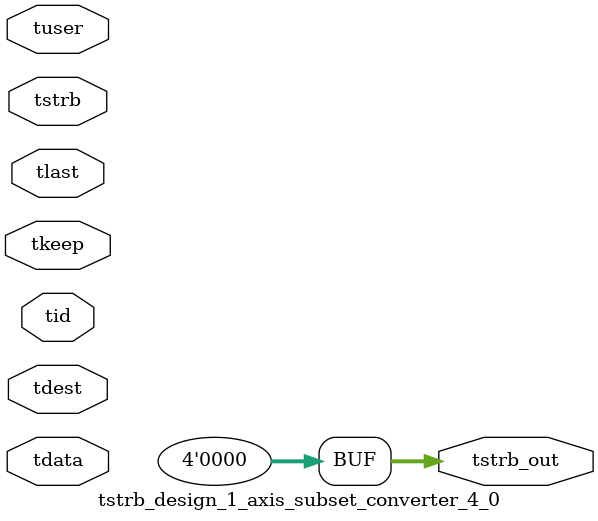
<source format=v>


`timescale 1ps/1ps

module tstrb_design_1_axis_subset_converter_4_0 #
(
parameter C_S_AXIS_TDATA_WIDTH = 32,
parameter C_S_AXIS_TUSER_WIDTH = 0,
parameter C_S_AXIS_TID_WIDTH   = 0,
parameter C_S_AXIS_TDEST_WIDTH = 0,
parameter C_M_AXIS_TDATA_WIDTH = 32
)
(
input  [(C_S_AXIS_TDATA_WIDTH == 0 ? 1 : C_S_AXIS_TDATA_WIDTH)-1:0     ] tdata,
input  [(C_S_AXIS_TUSER_WIDTH == 0 ? 1 : C_S_AXIS_TUSER_WIDTH)-1:0     ] tuser,
input  [(C_S_AXIS_TID_WIDTH   == 0 ? 1 : C_S_AXIS_TID_WIDTH)-1:0       ] tid,
input  [(C_S_AXIS_TDEST_WIDTH == 0 ? 1 : C_S_AXIS_TDEST_WIDTH)-1:0     ] tdest,
input  [(C_S_AXIS_TDATA_WIDTH/8)-1:0 ] tkeep,
input  [(C_S_AXIS_TDATA_WIDTH/8)-1:0 ] tstrb,
input                                                                    tlast,
output [(C_M_AXIS_TDATA_WIDTH/8)-1:0 ] tstrb_out
);

assign tstrb_out = {1'b0};

endmodule


</source>
